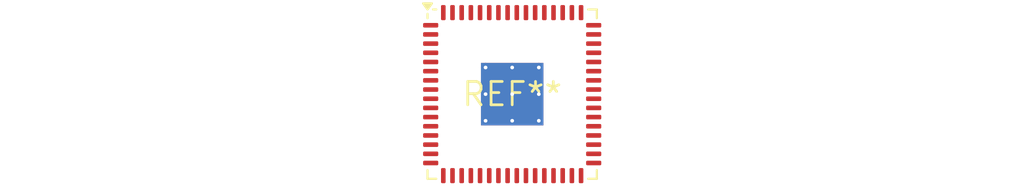
<source format=kicad_pcb>
(kicad_pcb (version 20240108) (generator pcbnew)
  (layers (0 "F.Cu" signal) (31 "B.Cu" signal) (34 "B.Paste" user) (35 "F.Paste" user) (36 "B.SilkS" user "B.Silkscreen") (37 "F.SilkS" user "F.Silkscreen") (38 "B.Mask" user) (39 "F.Mask" user) (44 "Edge.Cuts" user))
  (net 0 "")
  (footprint "QFN-64-1EP_9x9mm_P0.5mm_EP3.4x3.4mm_ThermalVias" (layer "F.Cu") (at 0 0)
    (property "Reference" "REF**")
    (property "Value" "QFN-64-1EP_9x9mm_P0.5mm_EP3.4x3.4mm_ThermalVias")
    (fp_line (start -4.61 -4.135) (end -4.61 -4.37) (layer "F.SilkS") (stroke (width 0.12)))
    (fp_line (start -4.61 4.61) (end -4.61 4.135) (layer "F.SilkS") (stroke (width 0.12)))
    (fp_line (start -4.135 -4.61) (end -4.31 -4.61) (layer "F.SilkS") (stroke (width 0.12)))
    (fp_line (start -4.135 4.61) (end -4.61 4.61) (layer "F.SilkS") (stroke (width 0.12)))
    (fp_line (start 4.135 -4.61) (end 4.61 -4.61) (layer "F.SilkS") (stroke (width 0.12)))
    (fp_line (start 4.135 4.61) (end 4.61 4.61) (layer "F.SilkS") (stroke (width 0.12)))
    (fp_line (start 4.61 -4.61) (end 4.61 -4.135) (layer "F.SilkS") (stroke (width 0.12)))
    (fp_line (start 4.61 4.61) (end 4.61 4.135) (layer "F.SilkS") (stroke (width 0.12)))
    (fp_poly (pts (xy -4.61 -4.61) (xy -4.85 -4.94) (xy -4.37 -4.94) (xy -4.61 -4.61)) (layer "F.SilkS") (stroke (width 0.12)) (fill solid))
    (pad "1" smd roundrect (at -4.4375 -3.75) (size 0.825 0.25) (layers "F.Cu" "F.Paste" "F.Mask"))
    (pad "2" smd roundrect (at -4.4375 -3.25) (size 0.825 0.25) (layers "F.Cu" "F.Paste" "F.Mask"))
    (pad "3" smd roundrect (at -4.4375 -2.75) (size 0.825 0.25) (layers "F.Cu" "F.Paste" "F.Mask"))
    (pad "4" smd roundrect (at -4.4375 -2.25) (size 0.825 0.25) (layers "F.Cu" "F.Paste" "F.Mask"))
    (pad "5" smd roundrect (at -4.4375 -1.75) (size 0.825 0.25) (layers "F.Cu" "F.Paste" "F.Mask"))
    (pad "6" smd roundrect (at -4.4375 -1.25) (size 0.825 0.25) (layers "F.Cu" "F.Paste" "F.Mask"))
    (pad "7" smd roundrect (at -4.4375 -0.75) (size 0.825 0.25) (layers "F.Cu" "F.Paste" "F.Mask"))
    (pad "8" smd roundrect (at -4.4375 -0.25) (size 0.825 0.25) (layers "F.Cu" "F.Paste" "F.Mask"))
    (pad "9" smd roundrect (at -4.4375 0.25) (size 0.825 0.25) (layers "F.Cu" "F.Paste" "F.Mask"))
    (pad "10" smd roundrect (at -4.4375 0.75) (size 0.825 0.25) (layers "F.Cu" "F.Paste" "F.Mask"))
    (pad "11" smd roundrect (at -4.4375 1.25) (size 0.825 0.25) (layers "F.Cu" "F.Paste" "F.Mask"))
    (pad "12" smd roundrect (at -4.4375 1.75) (size 0.825 0.25) (layers "F.Cu" "F.Paste" "F.Mask"))
    (pad "13" smd roundrect (at -4.4375 2.25) (size 0.825 0.25) (layers "F.Cu" "F.Paste" "F.Mask"))
    (pad "14" smd roundrect (at -4.4375 2.75) (size 0.825 0.25) (layers "F.Cu" "F.Paste" "F.Mask"))
    (pad "15" smd roundrect (at -4.4375 3.25) (size 0.825 0.25) (layers "F.Cu" "F.Paste" "F.Mask"))
    (pad "16" smd roundrect (at -4.4375 3.75) (size 0.825 0.25) (layers "F.Cu" "F.Paste" "F.Mask"))
    (pad "17" smd roundrect (at -3.75 4.4375) (size 0.25 0.825) (layers "F.Cu" "F.Paste" "F.Mask"))
    (pad "18" smd roundrect (at -3.25 4.4375) (size 0.25 0.825) (layers "F.Cu" "F.Paste" "F.Mask"))
    (pad "19" smd roundrect (at -2.75 4.4375) (size 0.25 0.825) (layers "F.Cu" "F.Paste" "F.Mask"))
    (pad "20" smd roundrect (at -2.25 4.4375) (size 0.25 0.825) (layers "F.Cu" "F.Paste" "F.Mask"))
    (pad "21" smd roundrect (at -1.75 4.4375) (size 0.25 0.825) (layers "F.Cu" "F.Paste" "F.Mask"))
    (pad "22" smd roundrect (at -1.25 4.4375) (size 0.25 0.825) (layers "F.Cu" "F.Paste" "F.Mask"))
    (pad "23" smd roundrect (at -0.75 4.4375) (size 0.25 0.825) (layers "F.Cu" "F.Paste" "F.Mask"))
    (pad "24" smd roundrect (at -0.25 4.4375) (size 0.25 0.825) (layers "F.Cu" "F.Paste" "F.Mask"))
    (pad "25" smd roundrect (at 0.25 4.4375) (size 0.25 0.825) (layers "F.Cu" "F.Paste" "F.Mask"))
    (pad "26" smd roundrect (at 0.75 4.4375) (size 0.25 0.825) (layers "F.Cu" "F.Paste" "F.Mask"))
    (pad "27" smd roundrect (at 1.25 4.4375) (size 0.25 0.825) (layers "F.Cu" "F.Paste" "F.Mask"))
    (pad "28" smd roundrect (at 1.75 4.4375) (size 0.25 0.825) (layers "F.Cu" "F.Paste" "F.Mask"))
    (pad "29" smd roundrect (at 2.25 4.4375) (size 0.25 0.825) (layers "F.Cu" "F.Paste" "F.Mask"))
    (pad "30" smd roundrect (at 2.75 4.4375) (size 0.25 0.825) (layers "F.Cu" "F.Paste" "F.Mask"))
    (pad "31" smd roundrect (at 3.25 4.4375) (size 0.25 0.825) (layers "F.Cu" "F.Paste" "F.Mask"))
    (pad "32" smd roundrect (at 3.75 4.4375) (size 0.25 0.825) (layers "F.Cu" "F.Paste" "F.Mask"))
    (pad "33" smd roundrect (at 4.4375 3.75) (size 0.825 0.25) (layers "F.Cu" "F.Paste" "F.Mask"))
    (pad "34" smd roundrect (at 4.4375 3.25) (size 0.825 0.25) (layers "F.Cu" "F.Paste" "F.Mask"))
    (pad "35" smd roundrect (at 4.4375 2.75) (size 0.825 0.25) (layers "F.Cu" "F.Paste" "F.Mask"))
    (pad "36" smd roundrect (at 4.4375 2.25) (size 0.825 0.25) (layers "F.Cu" "F.Paste" "F.Mask"))
    (pad "37" smd roundrect (at 4.4375 1.75) (size 0.825 0.25) (layers "F.Cu" "F.Paste" "F.Mask"))
    (pad "38" smd roundrect (at 4.4375 1.25) (size 0.825 0.25) (layers "F.Cu" "F.Paste" "F.Mask"))
    (pad "39" smd roundrect (at 4.4375 0.75) (size 0.825 0.25) (layers "F.Cu" "F.Paste" "F.Mask"))
    (pad "40" smd roundrect (at 4.4375 0.25) (size 0.825 0.25) (layers "F.Cu" "F.Paste" "F.Mask"))
    (pad "41" smd roundrect (at 4.4375 -0.25) (size 0.825 0.25) (layers "F.Cu" "F.Paste" "F.Mask"))
    (pad "42" smd roundrect (at 4.4375 -0.75) (size 0.825 0.25) (layers "F.Cu" "F.Paste" "F.Mask"))
    (pad "43" smd roundrect (at 4.4375 -1.25) (size 0.825 0.25) (layers "F.Cu" "F.Paste" "F.Mask"))
    (pad "44" smd roundrect (at 4.4375 -1.75) (size 0.825 0.25) (layers "F.Cu" "F.Paste" "F.Mask"))
    (pad "45" smd roundrect (at 4.4375 -2.25) (size 0.825 0.25) (layers "F.Cu" "F.Paste" "F.Mask"))
    (pad "46" smd roundrect (at 4.4375 -2.75) (size 0.825 0.25) (layers "F.Cu" "F.Paste" "F.Mask"))
    (pad "47" smd roundrect (at 4.4375 -3.25) (size 0.825 0.25) (layers "F.Cu" "F.Paste" "F.Mask"))
    (pad "48" smd roundrect (at 4.4375 -3.75) (size 0.825 0.25) (layers "F.Cu" "F.Paste" "F.Mask"))
    (pad "49" smd roundrect (at 3.75 -4.4375) (size 0.25 0.825) (layers "F.Cu" "F.Paste" "F.Mask"))
    (pad "50" smd roundrect (at 3.25 -4.4375) (size 0.25 0.825) (layers "F.Cu" "F.Paste" "F.Mask"))
    (pad "51" smd roundrect (at 2.75 -4.4375) (size 0.25 0.825) (layers "F.Cu" "F.Paste" "F.Mask"))
    (pad "52" smd roundrect (at 2.25 -4.4375) (size 0.25 0.825) (layers "F.Cu" "F.Paste" "F.Mask"))
    (pad "53" smd roundrect (at 1.75 -4.4375) (size 0.25 0.825) (layers "F.Cu" "F.Paste" "F.Mask"))
    (pad "54" smd roundrect (at 1.25 -4.4375) (size 0.25 0.825) (layers "F.Cu" "F.Paste" "F.Mask"))
    (pad "55" smd roundrect (at 0.75 -4.4375) (size 0.25 0.825) (layers "F.Cu" "F.Paste" "F.Mask"))
    (pad "56" smd roundrect (at 0.25 -4.4375) (size 0.25 0.825) (layers "F.Cu" "F.Paste" "F.Mask"))
    (pad "57" smd roundrect (at -0.25 -4.4375) (size 0.25 0.825) (layers "F.Cu" "F.Paste" "F.Mask"))
    (pad "58" smd roundrect (at -0.75 -4.4375) (size 0.25 0.825) (layers "F.Cu" "F.Paste" "F.Mask"))
    (pad "59" smd roundrect (at -1.25 -4.4375) (size 0.25 0.825) (layers "F.Cu" "F.Paste" "F.Mask"))
    (pad "60" smd roundrect (at -1.75 -4.4375) (size 0.25 0.825) (layers "F.Cu" "F.Paste" "F.Mask"))
    (pad "61" smd roundrect (at -2.25 -4.4375) (size 0.25 0.825) (layers "F.Cu" "F.Paste" "F.Mask"))
    (pad "62" smd roundrect (at -2.75 -4.4375) (size 0.25 0.825) (layers "F.Cu" "F.Paste" "F.Mask"))
    (pad "63" smd roundrect (at -3.25 -4.4375) (size 0.25 0.825) (layers "F.Cu" "F.Paste" "F.Mask"))
    (pad "64" smd roundrect (at -3.75 -4.4375) (size 0.25 0.825) (layers "F.Cu" "F.Paste" "F.Mask"))
    (pad "65" thru_hole circle (at -1.45 -1.45) (size 0.5 0.5) (drill 0.2) (property pad_prop_heatsink) (layers *.Cu) (remove_unused_layers))
    (pad "65" thru_hole circle (at -1.45 0) (size 0.5 0.5) (drill 0.2) (property pad_prop_heatsink) (layers *.Cu) (remove_unused_layers))
    (pad "65" thru_hole circle (at -1.45 1.45) (size 0.5 0.5) (drill 0.2) (property pad_prop_heatsink) (layers *.Cu) (remove_unused_layers))
    (pad "65" thru_hole circle (at 0 -1.45) (size 0.5 0.5) (drill 0.2) (property pad_prop_heatsink) (layers *.Cu) (remove_unused_layers))
    (pad "65" thru_hole circle (at 0 0) (size 0.5 0.5) (drill 0.2) (property pad_prop_heatsink) (layers *.Cu) (remove_unused_layers))
    (pad "65" smd rect (at 0 0) (size 3.4 3.4) (property pad_prop_heatsink) (layers "F.Cu" "F.Mask"))
    (pad "65" smd rect (at 0 0) (size 3.4 3.4) (property pad_prop_heatsink) (layers "B.Cu"))
    (pad "65" thru_hole circle (at 0 1.45) (size 0.5 0.5) (drill 0.2) (property pad_prop_heatsink) (layers *.Cu) (remove_unused_layers))
    (pad "65" thru_hole circle (at 1.45 -1.45) (size 0.5 0.5) (drill 0.2) (property pad_prop_heatsink) (layers *.Cu) (remove_unused_layers))
    (pad "65" thru_hole circle (at 1.45 0) (size 0.5 0.5) (drill 0.2) (property pad_prop_heatsink) (layers *.Cu) (remove_unused_layers))
    (pad "65" thru_hole circle (at 1.45 1.45) (size 0.5 0.5) (drill 0.2) (property pad_prop_heatsink) (layers *.Cu) (remove_unused_layers))
  )
)
</source>
